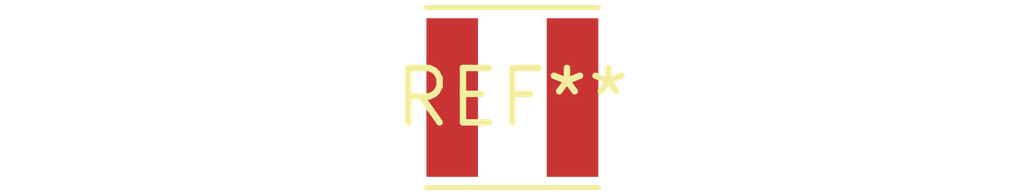
<source format=kicad_pcb>
(kicad_pcb (version 20240108) (generator pcbnew)
  (layers (0 "F.Cu" signal) (31 "B.Cu" signal) (34 "B.Paste" user) (35 "F.Paste" user) (36 "B.SilkS" user "B.Silkscreen") (37 "F.SilkS" user "F.Silkscreen") (38 "B.Mask" user) (39 "F.Mask" user) (44 "Edge.Cuts" user))
  (net 0 "")
  (footprint "L_Taiyo-Yuden_NR-40xx" (layer "F.Cu") (at 0 0)
    (property "Reference" "REF**")
    (property "Value" "L_Taiyo-Yuden_NR-40xx")
    (fp_line (start -2 -2.1) (end 2 -2.1) (layer "F.SilkS") (stroke (width 0.12)))
    (fp_line (start -2 2.1) (end 2 2.1) (layer "F.SilkS") (stroke (width 0.12)))
    (pad "1" smd rect (at -1.4 0) (size 1.2 3.7) (layers "F.Cu" "F.Paste" "F.Mask"))
    (pad "2" smd rect (at 1.4 0) (size 1.2 3.7) (layers "F.Cu" "F.Paste" "F.Mask"))
  )
)
</source>
